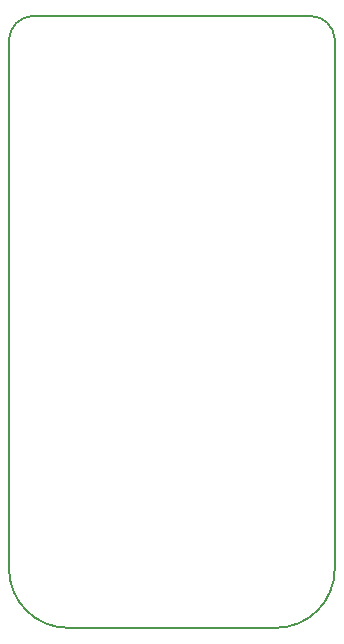
<source format=gbr>
G04 DipTrace 3.2.0.1*
G04 BoardOutline.gbr*
%MOMM*%
G04 #@! TF.FileFunction,Profile*
G04 #@! TF.Part,Single*
%ADD11C,0.14*%
%FSLAX35Y35*%
G04*
G71*
G90*
G75*
G01*
G04 BoardOutline*
%LPD*%
X-1358000Y480000D2*
D11*
G02X-1158000Y680000I205000J-5000D01*
G01*
X1200000D1*
G02X1400000Y480000I-5000J-205000D01*
G01*
Y-4000000D1*
G02X900000Y-4500000I-500000J0D01*
G01*
X-858000D1*
G02X-1358000Y-4000000I0J500000D01*
G01*
Y480000D1*
M02*

</source>
